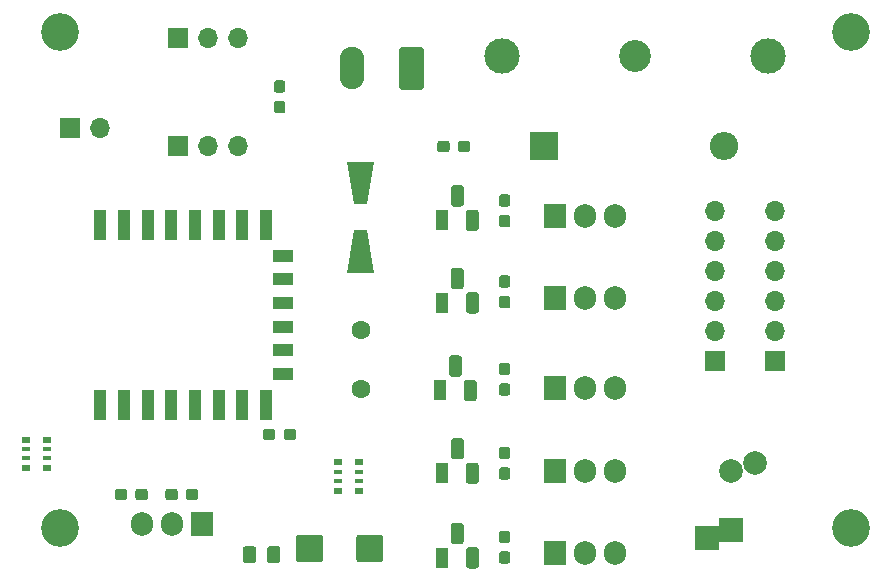
<source format=gbr>
G04 #@! TF.GenerationSoftware,KiCad,Pcbnew,5.1.5*
G04 #@! TF.CreationDate,2020-05-18T13:51:48+02:00*
G04 #@! TF.ProjectId,esp-12_led_strip_controller,6573702d-3132-45f6-9c65-645f73747269,rev?*
G04 #@! TF.SameCoordinates,Original*
G04 #@! TF.FileFunction,Soldermask,Top*
G04 #@! TF.FilePolarity,Negative*
%FSLAX46Y46*%
G04 Gerber Fmt 4.6, Leading zero omitted, Abs format (unit mm)*
G04 Created by KiCad (PCBNEW 5.1.5) date 2020-05-18 13:51:48*
%MOMM*%
%LPD*%
G04 APERTURE LIST*
%ADD10C,0.100000*%
%ADD11O,1.905000X2.000000*%
%ADD12R,1.905000X2.000000*%
%ADD13C,3.200000*%
%ADD14O,1.700000X1.700000*%
%ADD15R,1.700000X1.700000*%
%ADD16C,2.000000*%
%ADD17R,2.000000X2.000000*%
%ADD18O,2.400000X2.400000*%
%ADD19R,2.400000X2.400000*%
%ADD20C,2.700000*%
%ADD21C,3.000000*%
%ADD22C,1.600000*%
%ADD23R,1.100000X1.800000*%
%ADD24R,0.800000X0.500000*%
%ADD25R,0.800000X0.400000*%
%ADD26R,1.000000X2.500000*%
%ADD27R,1.800000X1.000000*%
%ADD28O,2.080000X3.600000*%
G04 APERTURE END LIST*
D10*
G36*
X90938779Y-132826144D02*
G01*
X90961834Y-132829563D01*
X90984443Y-132835227D01*
X91006387Y-132843079D01*
X91027457Y-132853044D01*
X91047448Y-132865026D01*
X91066168Y-132878910D01*
X91083438Y-132894562D01*
X91099090Y-132911832D01*
X91112974Y-132930552D01*
X91124956Y-132950543D01*
X91134921Y-132971613D01*
X91142773Y-132993557D01*
X91148437Y-133016166D01*
X91151856Y-133039221D01*
X91153000Y-133062500D01*
X91153000Y-133637500D01*
X91151856Y-133660779D01*
X91148437Y-133683834D01*
X91142773Y-133706443D01*
X91134921Y-133728387D01*
X91124956Y-133749457D01*
X91112974Y-133769448D01*
X91099090Y-133788168D01*
X91083438Y-133805438D01*
X91066168Y-133821090D01*
X91047448Y-133834974D01*
X91027457Y-133846956D01*
X91006387Y-133856921D01*
X90984443Y-133864773D01*
X90961834Y-133870437D01*
X90938779Y-133873856D01*
X90915500Y-133875000D01*
X90440500Y-133875000D01*
X90417221Y-133873856D01*
X90394166Y-133870437D01*
X90371557Y-133864773D01*
X90349613Y-133856921D01*
X90328543Y-133846956D01*
X90308552Y-133834974D01*
X90289832Y-133821090D01*
X90272562Y-133805438D01*
X90256910Y-133788168D01*
X90243026Y-133769448D01*
X90231044Y-133749457D01*
X90221079Y-133728387D01*
X90213227Y-133706443D01*
X90207563Y-133683834D01*
X90204144Y-133660779D01*
X90203000Y-133637500D01*
X90203000Y-133062500D01*
X90204144Y-133039221D01*
X90207563Y-133016166D01*
X90213227Y-132993557D01*
X90221079Y-132971613D01*
X90231044Y-132950543D01*
X90243026Y-132930552D01*
X90256910Y-132911832D01*
X90272562Y-132894562D01*
X90289832Y-132878910D01*
X90308552Y-132865026D01*
X90328543Y-132853044D01*
X90349613Y-132843079D01*
X90371557Y-132835227D01*
X90394166Y-132829563D01*
X90417221Y-132826144D01*
X90440500Y-132825000D01*
X90915500Y-132825000D01*
X90938779Y-132826144D01*
G37*
G36*
X90938779Y-131076144D02*
G01*
X90961834Y-131079563D01*
X90984443Y-131085227D01*
X91006387Y-131093079D01*
X91027457Y-131103044D01*
X91047448Y-131115026D01*
X91066168Y-131128910D01*
X91083438Y-131144562D01*
X91099090Y-131161832D01*
X91112974Y-131180552D01*
X91124956Y-131200543D01*
X91134921Y-131221613D01*
X91142773Y-131243557D01*
X91148437Y-131266166D01*
X91151856Y-131289221D01*
X91153000Y-131312500D01*
X91153000Y-131887500D01*
X91151856Y-131910779D01*
X91148437Y-131933834D01*
X91142773Y-131956443D01*
X91134921Y-131978387D01*
X91124956Y-131999457D01*
X91112974Y-132019448D01*
X91099090Y-132038168D01*
X91083438Y-132055438D01*
X91066168Y-132071090D01*
X91047448Y-132084974D01*
X91027457Y-132096956D01*
X91006387Y-132106921D01*
X90984443Y-132114773D01*
X90961834Y-132120437D01*
X90938779Y-132123856D01*
X90915500Y-132125000D01*
X90440500Y-132125000D01*
X90417221Y-132123856D01*
X90394166Y-132120437D01*
X90371557Y-132114773D01*
X90349613Y-132106921D01*
X90328543Y-132096956D01*
X90308552Y-132084974D01*
X90289832Y-132071090D01*
X90272562Y-132055438D01*
X90256910Y-132038168D01*
X90243026Y-132019448D01*
X90231044Y-131999457D01*
X90221079Y-131978387D01*
X90213227Y-131956443D01*
X90207563Y-131933834D01*
X90204144Y-131910779D01*
X90203000Y-131887500D01*
X90203000Y-131312500D01*
X90204144Y-131289221D01*
X90207563Y-131266166D01*
X90213227Y-131243557D01*
X90221079Y-131221613D01*
X90231044Y-131200543D01*
X90243026Y-131180552D01*
X90256910Y-131161832D01*
X90272562Y-131144562D01*
X90289832Y-131128910D01*
X90308552Y-131115026D01*
X90328543Y-131103044D01*
X90349613Y-131093079D01*
X90371557Y-131085227D01*
X90394166Y-131079563D01*
X90417221Y-131076144D01*
X90440500Y-131075000D01*
X90915500Y-131075000D01*
X90938779Y-131076144D01*
G37*
G36*
X90938779Y-118320144D02*
G01*
X90961834Y-118323563D01*
X90984443Y-118329227D01*
X91006387Y-118337079D01*
X91027457Y-118347044D01*
X91047448Y-118359026D01*
X91066168Y-118372910D01*
X91083438Y-118388562D01*
X91099090Y-118405832D01*
X91112974Y-118424552D01*
X91124956Y-118444543D01*
X91134921Y-118465613D01*
X91142773Y-118487557D01*
X91148437Y-118510166D01*
X91151856Y-118533221D01*
X91153000Y-118556500D01*
X91153000Y-119131500D01*
X91151856Y-119154779D01*
X91148437Y-119177834D01*
X91142773Y-119200443D01*
X91134921Y-119222387D01*
X91124956Y-119243457D01*
X91112974Y-119263448D01*
X91099090Y-119282168D01*
X91083438Y-119299438D01*
X91066168Y-119315090D01*
X91047448Y-119328974D01*
X91027457Y-119340956D01*
X91006387Y-119350921D01*
X90984443Y-119358773D01*
X90961834Y-119364437D01*
X90938779Y-119367856D01*
X90915500Y-119369000D01*
X90440500Y-119369000D01*
X90417221Y-119367856D01*
X90394166Y-119364437D01*
X90371557Y-119358773D01*
X90349613Y-119350921D01*
X90328543Y-119340956D01*
X90308552Y-119328974D01*
X90289832Y-119315090D01*
X90272562Y-119299438D01*
X90256910Y-119282168D01*
X90243026Y-119263448D01*
X90231044Y-119243457D01*
X90221079Y-119222387D01*
X90213227Y-119200443D01*
X90207563Y-119177834D01*
X90204144Y-119154779D01*
X90203000Y-119131500D01*
X90203000Y-118556500D01*
X90204144Y-118533221D01*
X90207563Y-118510166D01*
X90213227Y-118487557D01*
X90221079Y-118465613D01*
X90231044Y-118444543D01*
X90243026Y-118424552D01*
X90256910Y-118405832D01*
X90272562Y-118388562D01*
X90289832Y-118372910D01*
X90308552Y-118359026D01*
X90328543Y-118347044D01*
X90349613Y-118337079D01*
X90371557Y-118329227D01*
X90394166Y-118323563D01*
X90417221Y-118320144D01*
X90440500Y-118319000D01*
X90915500Y-118319000D01*
X90938779Y-118320144D01*
G37*
G36*
X90938779Y-116570144D02*
G01*
X90961834Y-116573563D01*
X90984443Y-116579227D01*
X91006387Y-116587079D01*
X91027457Y-116597044D01*
X91047448Y-116609026D01*
X91066168Y-116622910D01*
X91083438Y-116638562D01*
X91099090Y-116655832D01*
X91112974Y-116674552D01*
X91124956Y-116694543D01*
X91134921Y-116715613D01*
X91142773Y-116737557D01*
X91148437Y-116760166D01*
X91151856Y-116783221D01*
X91153000Y-116806500D01*
X91153000Y-117381500D01*
X91151856Y-117404779D01*
X91148437Y-117427834D01*
X91142773Y-117450443D01*
X91134921Y-117472387D01*
X91124956Y-117493457D01*
X91112974Y-117513448D01*
X91099090Y-117532168D01*
X91083438Y-117549438D01*
X91066168Y-117565090D01*
X91047448Y-117578974D01*
X91027457Y-117590956D01*
X91006387Y-117600921D01*
X90984443Y-117608773D01*
X90961834Y-117614437D01*
X90938779Y-117617856D01*
X90915500Y-117619000D01*
X90440500Y-117619000D01*
X90417221Y-117617856D01*
X90394166Y-117614437D01*
X90371557Y-117608773D01*
X90349613Y-117600921D01*
X90328543Y-117590956D01*
X90308552Y-117578974D01*
X90289832Y-117565090D01*
X90272562Y-117549438D01*
X90256910Y-117532168D01*
X90243026Y-117513448D01*
X90231044Y-117493457D01*
X90221079Y-117472387D01*
X90213227Y-117450443D01*
X90207563Y-117427834D01*
X90204144Y-117404779D01*
X90203000Y-117381500D01*
X90203000Y-116806500D01*
X90204144Y-116783221D01*
X90207563Y-116760166D01*
X90213227Y-116737557D01*
X90221079Y-116715613D01*
X90231044Y-116694543D01*
X90243026Y-116674552D01*
X90256910Y-116655832D01*
X90272562Y-116638562D01*
X90289832Y-116622910D01*
X90308552Y-116609026D01*
X90328543Y-116597044D01*
X90349613Y-116587079D01*
X90371557Y-116579227D01*
X90394166Y-116573563D01*
X90417221Y-116570144D01*
X90440500Y-116569000D01*
X90915500Y-116569000D01*
X90938779Y-116570144D01*
G37*
G36*
X90938779Y-139938144D02*
G01*
X90961834Y-139941563D01*
X90984443Y-139947227D01*
X91006387Y-139955079D01*
X91027457Y-139965044D01*
X91047448Y-139977026D01*
X91066168Y-139990910D01*
X91083438Y-140006562D01*
X91099090Y-140023832D01*
X91112974Y-140042552D01*
X91124956Y-140062543D01*
X91134921Y-140083613D01*
X91142773Y-140105557D01*
X91148437Y-140128166D01*
X91151856Y-140151221D01*
X91153000Y-140174500D01*
X91153000Y-140749500D01*
X91151856Y-140772779D01*
X91148437Y-140795834D01*
X91142773Y-140818443D01*
X91134921Y-140840387D01*
X91124956Y-140861457D01*
X91112974Y-140881448D01*
X91099090Y-140900168D01*
X91083438Y-140917438D01*
X91066168Y-140933090D01*
X91047448Y-140946974D01*
X91027457Y-140958956D01*
X91006387Y-140968921D01*
X90984443Y-140976773D01*
X90961834Y-140982437D01*
X90938779Y-140985856D01*
X90915500Y-140987000D01*
X90440500Y-140987000D01*
X90417221Y-140985856D01*
X90394166Y-140982437D01*
X90371557Y-140976773D01*
X90349613Y-140968921D01*
X90328543Y-140958956D01*
X90308552Y-140946974D01*
X90289832Y-140933090D01*
X90272562Y-140917438D01*
X90256910Y-140900168D01*
X90243026Y-140881448D01*
X90231044Y-140861457D01*
X90221079Y-140840387D01*
X90213227Y-140818443D01*
X90207563Y-140795834D01*
X90204144Y-140772779D01*
X90203000Y-140749500D01*
X90203000Y-140174500D01*
X90204144Y-140151221D01*
X90207563Y-140128166D01*
X90213227Y-140105557D01*
X90221079Y-140083613D01*
X90231044Y-140062543D01*
X90243026Y-140042552D01*
X90256910Y-140023832D01*
X90272562Y-140006562D01*
X90289832Y-139990910D01*
X90308552Y-139977026D01*
X90328543Y-139965044D01*
X90349613Y-139955079D01*
X90371557Y-139947227D01*
X90394166Y-139941563D01*
X90417221Y-139938144D01*
X90440500Y-139937000D01*
X90915500Y-139937000D01*
X90938779Y-139938144D01*
G37*
G36*
X90938779Y-138188144D02*
G01*
X90961834Y-138191563D01*
X90984443Y-138197227D01*
X91006387Y-138205079D01*
X91027457Y-138215044D01*
X91047448Y-138227026D01*
X91066168Y-138240910D01*
X91083438Y-138256562D01*
X91099090Y-138273832D01*
X91112974Y-138292552D01*
X91124956Y-138312543D01*
X91134921Y-138333613D01*
X91142773Y-138355557D01*
X91148437Y-138378166D01*
X91151856Y-138401221D01*
X91153000Y-138424500D01*
X91153000Y-138999500D01*
X91151856Y-139022779D01*
X91148437Y-139045834D01*
X91142773Y-139068443D01*
X91134921Y-139090387D01*
X91124956Y-139111457D01*
X91112974Y-139131448D01*
X91099090Y-139150168D01*
X91083438Y-139167438D01*
X91066168Y-139183090D01*
X91047448Y-139196974D01*
X91027457Y-139208956D01*
X91006387Y-139218921D01*
X90984443Y-139226773D01*
X90961834Y-139232437D01*
X90938779Y-139235856D01*
X90915500Y-139237000D01*
X90440500Y-139237000D01*
X90417221Y-139235856D01*
X90394166Y-139232437D01*
X90371557Y-139226773D01*
X90349613Y-139218921D01*
X90328543Y-139208956D01*
X90308552Y-139196974D01*
X90289832Y-139183090D01*
X90272562Y-139167438D01*
X90256910Y-139150168D01*
X90243026Y-139131448D01*
X90231044Y-139111457D01*
X90221079Y-139090387D01*
X90213227Y-139068443D01*
X90207563Y-139045834D01*
X90204144Y-139022779D01*
X90203000Y-138999500D01*
X90203000Y-138424500D01*
X90204144Y-138401221D01*
X90207563Y-138378166D01*
X90213227Y-138355557D01*
X90221079Y-138333613D01*
X90231044Y-138312543D01*
X90243026Y-138292552D01*
X90256910Y-138273832D01*
X90272562Y-138256562D01*
X90289832Y-138240910D01*
X90308552Y-138227026D01*
X90328543Y-138215044D01*
X90349613Y-138205079D01*
X90371557Y-138197227D01*
X90394166Y-138191563D01*
X90417221Y-138188144D01*
X90440500Y-138187000D01*
X90915500Y-138187000D01*
X90938779Y-138188144D01*
G37*
G36*
X90938779Y-125714144D02*
G01*
X90961834Y-125717563D01*
X90984443Y-125723227D01*
X91006387Y-125731079D01*
X91027457Y-125741044D01*
X91047448Y-125753026D01*
X91066168Y-125766910D01*
X91083438Y-125782562D01*
X91099090Y-125799832D01*
X91112974Y-125818552D01*
X91124956Y-125838543D01*
X91134921Y-125859613D01*
X91142773Y-125881557D01*
X91148437Y-125904166D01*
X91151856Y-125927221D01*
X91153000Y-125950500D01*
X91153000Y-126525500D01*
X91151856Y-126548779D01*
X91148437Y-126571834D01*
X91142773Y-126594443D01*
X91134921Y-126616387D01*
X91124956Y-126637457D01*
X91112974Y-126657448D01*
X91099090Y-126676168D01*
X91083438Y-126693438D01*
X91066168Y-126709090D01*
X91047448Y-126722974D01*
X91027457Y-126734956D01*
X91006387Y-126744921D01*
X90984443Y-126752773D01*
X90961834Y-126758437D01*
X90938779Y-126761856D01*
X90915500Y-126763000D01*
X90440500Y-126763000D01*
X90417221Y-126761856D01*
X90394166Y-126758437D01*
X90371557Y-126752773D01*
X90349613Y-126744921D01*
X90328543Y-126734956D01*
X90308552Y-126722974D01*
X90289832Y-126709090D01*
X90272562Y-126693438D01*
X90256910Y-126676168D01*
X90243026Y-126657448D01*
X90231044Y-126637457D01*
X90221079Y-126616387D01*
X90213227Y-126594443D01*
X90207563Y-126571834D01*
X90204144Y-126548779D01*
X90203000Y-126525500D01*
X90203000Y-125950500D01*
X90204144Y-125927221D01*
X90207563Y-125904166D01*
X90213227Y-125881557D01*
X90221079Y-125859613D01*
X90231044Y-125838543D01*
X90243026Y-125818552D01*
X90256910Y-125799832D01*
X90272562Y-125782562D01*
X90289832Y-125766910D01*
X90308552Y-125753026D01*
X90328543Y-125741044D01*
X90349613Y-125731079D01*
X90371557Y-125723227D01*
X90394166Y-125717563D01*
X90417221Y-125714144D01*
X90440500Y-125713000D01*
X90915500Y-125713000D01*
X90938779Y-125714144D01*
G37*
G36*
X90938779Y-123964144D02*
G01*
X90961834Y-123967563D01*
X90984443Y-123973227D01*
X91006387Y-123981079D01*
X91027457Y-123991044D01*
X91047448Y-124003026D01*
X91066168Y-124016910D01*
X91083438Y-124032562D01*
X91099090Y-124049832D01*
X91112974Y-124068552D01*
X91124956Y-124088543D01*
X91134921Y-124109613D01*
X91142773Y-124131557D01*
X91148437Y-124154166D01*
X91151856Y-124177221D01*
X91153000Y-124200500D01*
X91153000Y-124775500D01*
X91151856Y-124798779D01*
X91148437Y-124821834D01*
X91142773Y-124844443D01*
X91134921Y-124866387D01*
X91124956Y-124887457D01*
X91112974Y-124907448D01*
X91099090Y-124926168D01*
X91083438Y-124943438D01*
X91066168Y-124959090D01*
X91047448Y-124972974D01*
X91027457Y-124984956D01*
X91006387Y-124994921D01*
X90984443Y-125002773D01*
X90961834Y-125008437D01*
X90938779Y-125011856D01*
X90915500Y-125013000D01*
X90440500Y-125013000D01*
X90417221Y-125011856D01*
X90394166Y-125008437D01*
X90371557Y-125002773D01*
X90349613Y-124994921D01*
X90328543Y-124984956D01*
X90308552Y-124972974D01*
X90289832Y-124959090D01*
X90272562Y-124943438D01*
X90256910Y-124926168D01*
X90243026Y-124907448D01*
X90231044Y-124887457D01*
X90221079Y-124866387D01*
X90213227Y-124844443D01*
X90207563Y-124821834D01*
X90204144Y-124798779D01*
X90203000Y-124775500D01*
X90203000Y-124200500D01*
X90204144Y-124177221D01*
X90207563Y-124154166D01*
X90213227Y-124131557D01*
X90221079Y-124109613D01*
X90231044Y-124088543D01*
X90243026Y-124068552D01*
X90256910Y-124049832D01*
X90272562Y-124032562D01*
X90289832Y-124016910D01*
X90308552Y-124003026D01*
X90328543Y-123991044D01*
X90349613Y-123981079D01*
X90371557Y-123973227D01*
X90394166Y-123967563D01*
X90417221Y-123964144D01*
X90440500Y-123963000D01*
X90915500Y-123963000D01*
X90938779Y-123964144D01*
G37*
D11*
X59944000Y-137668000D03*
X62484000Y-137668000D03*
D12*
X65024000Y-137668000D03*
D10*
G36*
X62794779Y-134654144D02*
G01*
X62817834Y-134657563D01*
X62840443Y-134663227D01*
X62862387Y-134671079D01*
X62883457Y-134681044D01*
X62903448Y-134693026D01*
X62922168Y-134706910D01*
X62939438Y-134722562D01*
X62955090Y-134739832D01*
X62968974Y-134758552D01*
X62980956Y-134778543D01*
X62990921Y-134799613D01*
X62998773Y-134821557D01*
X63004437Y-134844166D01*
X63007856Y-134867221D01*
X63009000Y-134890500D01*
X63009000Y-135365500D01*
X63007856Y-135388779D01*
X63004437Y-135411834D01*
X62998773Y-135434443D01*
X62990921Y-135456387D01*
X62980956Y-135477457D01*
X62968974Y-135497448D01*
X62955090Y-135516168D01*
X62939438Y-135533438D01*
X62922168Y-135549090D01*
X62903448Y-135562974D01*
X62883457Y-135574956D01*
X62862387Y-135584921D01*
X62840443Y-135592773D01*
X62817834Y-135598437D01*
X62794779Y-135601856D01*
X62771500Y-135603000D01*
X62196500Y-135603000D01*
X62173221Y-135601856D01*
X62150166Y-135598437D01*
X62127557Y-135592773D01*
X62105613Y-135584921D01*
X62084543Y-135574956D01*
X62064552Y-135562974D01*
X62045832Y-135549090D01*
X62028562Y-135533438D01*
X62012910Y-135516168D01*
X61999026Y-135497448D01*
X61987044Y-135477457D01*
X61977079Y-135456387D01*
X61969227Y-135434443D01*
X61963563Y-135411834D01*
X61960144Y-135388779D01*
X61959000Y-135365500D01*
X61959000Y-134890500D01*
X61960144Y-134867221D01*
X61963563Y-134844166D01*
X61969227Y-134821557D01*
X61977079Y-134799613D01*
X61987044Y-134778543D01*
X61999026Y-134758552D01*
X62012910Y-134739832D01*
X62028562Y-134722562D01*
X62045832Y-134706910D01*
X62064552Y-134693026D01*
X62084543Y-134681044D01*
X62105613Y-134671079D01*
X62127557Y-134663227D01*
X62150166Y-134657563D01*
X62173221Y-134654144D01*
X62196500Y-134653000D01*
X62771500Y-134653000D01*
X62794779Y-134654144D01*
G37*
G36*
X64544779Y-134654144D02*
G01*
X64567834Y-134657563D01*
X64590443Y-134663227D01*
X64612387Y-134671079D01*
X64633457Y-134681044D01*
X64653448Y-134693026D01*
X64672168Y-134706910D01*
X64689438Y-134722562D01*
X64705090Y-134739832D01*
X64718974Y-134758552D01*
X64730956Y-134778543D01*
X64740921Y-134799613D01*
X64748773Y-134821557D01*
X64754437Y-134844166D01*
X64757856Y-134867221D01*
X64759000Y-134890500D01*
X64759000Y-135365500D01*
X64757856Y-135388779D01*
X64754437Y-135411834D01*
X64748773Y-135434443D01*
X64740921Y-135456387D01*
X64730956Y-135477457D01*
X64718974Y-135497448D01*
X64705090Y-135516168D01*
X64689438Y-135533438D01*
X64672168Y-135549090D01*
X64653448Y-135562974D01*
X64633457Y-135574956D01*
X64612387Y-135584921D01*
X64590443Y-135592773D01*
X64567834Y-135598437D01*
X64544779Y-135601856D01*
X64521500Y-135603000D01*
X63946500Y-135603000D01*
X63923221Y-135601856D01*
X63900166Y-135598437D01*
X63877557Y-135592773D01*
X63855613Y-135584921D01*
X63834543Y-135574956D01*
X63814552Y-135562974D01*
X63795832Y-135549090D01*
X63778562Y-135533438D01*
X63762910Y-135516168D01*
X63749026Y-135497448D01*
X63737044Y-135477457D01*
X63727079Y-135456387D01*
X63719227Y-135434443D01*
X63713563Y-135411834D01*
X63710144Y-135388779D01*
X63709000Y-135365500D01*
X63709000Y-134890500D01*
X63710144Y-134867221D01*
X63713563Y-134844166D01*
X63719227Y-134821557D01*
X63727079Y-134799613D01*
X63737044Y-134778543D01*
X63749026Y-134758552D01*
X63762910Y-134739832D01*
X63778562Y-134722562D01*
X63795832Y-134706910D01*
X63814552Y-134693026D01*
X63834543Y-134681044D01*
X63855613Y-134671079D01*
X63877557Y-134663227D01*
X63900166Y-134657563D01*
X63923221Y-134654144D01*
X63946500Y-134653000D01*
X64521500Y-134653000D01*
X64544779Y-134654144D01*
G37*
G36*
X58504779Y-134654144D02*
G01*
X58527834Y-134657563D01*
X58550443Y-134663227D01*
X58572387Y-134671079D01*
X58593457Y-134681044D01*
X58613448Y-134693026D01*
X58632168Y-134706910D01*
X58649438Y-134722562D01*
X58665090Y-134739832D01*
X58678974Y-134758552D01*
X58690956Y-134778543D01*
X58700921Y-134799613D01*
X58708773Y-134821557D01*
X58714437Y-134844166D01*
X58717856Y-134867221D01*
X58719000Y-134890500D01*
X58719000Y-135365500D01*
X58717856Y-135388779D01*
X58714437Y-135411834D01*
X58708773Y-135434443D01*
X58700921Y-135456387D01*
X58690956Y-135477457D01*
X58678974Y-135497448D01*
X58665090Y-135516168D01*
X58649438Y-135533438D01*
X58632168Y-135549090D01*
X58613448Y-135562974D01*
X58593457Y-135574956D01*
X58572387Y-135584921D01*
X58550443Y-135592773D01*
X58527834Y-135598437D01*
X58504779Y-135601856D01*
X58481500Y-135603000D01*
X57906500Y-135603000D01*
X57883221Y-135601856D01*
X57860166Y-135598437D01*
X57837557Y-135592773D01*
X57815613Y-135584921D01*
X57794543Y-135574956D01*
X57774552Y-135562974D01*
X57755832Y-135549090D01*
X57738562Y-135533438D01*
X57722910Y-135516168D01*
X57709026Y-135497448D01*
X57697044Y-135477457D01*
X57687079Y-135456387D01*
X57679227Y-135434443D01*
X57673563Y-135411834D01*
X57670144Y-135388779D01*
X57669000Y-135365500D01*
X57669000Y-134890500D01*
X57670144Y-134867221D01*
X57673563Y-134844166D01*
X57679227Y-134821557D01*
X57687079Y-134799613D01*
X57697044Y-134778543D01*
X57709026Y-134758552D01*
X57722910Y-134739832D01*
X57738562Y-134722562D01*
X57755832Y-134706910D01*
X57774552Y-134693026D01*
X57794543Y-134681044D01*
X57815613Y-134671079D01*
X57837557Y-134663227D01*
X57860166Y-134657563D01*
X57883221Y-134654144D01*
X57906500Y-134653000D01*
X58481500Y-134653000D01*
X58504779Y-134654144D01*
G37*
G36*
X60254779Y-134654144D02*
G01*
X60277834Y-134657563D01*
X60300443Y-134663227D01*
X60322387Y-134671079D01*
X60343457Y-134681044D01*
X60363448Y-134693026D01*
X60382168Y-134706910D01*
X60399438Y-134722562D01*
X60415090Y-134739832D01*
X60428974Y-134758552D01*
X60440956Y-134778543D01*
X60450921Y-134799613D01*
X60458773Y-134821557D01*
X60464437Y-134844166D01*
X60467856Y-134867221D01*
X60469000Y-134890500D01*
X60469000Y-135365500D01*
X60467856Y-135388779D01*
X60464437Y-135411834D01*
X60458773Y-135434443D01*
X60450921Y-135456387D01*
X60440956Y-135477457D01*
X60428974Y-135497448D01*
X60415090Y-135516168D01*
X60399438Y-135533438D01*
X60382168Y-135549090D01*
X60363448Y-135562974D01*
X60343457Y-135574956D01*
X60322387Y-135584921D01*
X60300443Y-135592773D01*
X60277834Y-135598437D01*
X60254779Y-135601856D01*
X60231500Y-135603000D01*
X59656500Y-135603000D01*
X59633221Y-135601856D01*
X59610166Y-135598437D01*
X59587557Y-135592773D01*
X59565613Y-135584921D01*
X59544543Y-135574956D01*
X59524552Y-135562974D01*
X59505832Y-135549090D01*
X59488562Y-135533438D01*
X59472910Y-135516168D01*
X59459026Y-135497448D01*
X59447044Y-135477457D01*
X59437079Y-135456387D01*
X59429227Y-135434443D01*
X59423563Y-135411834D01*
X59420144Y-135388779D01*
X59419000Y-135365500D01*
X59419000Y-134890500D01*
X59420144Y-134867221D01*
X59423563Y-134844166D01*
X59429227Y-134821557D01*
X59437079Y-134799613D01*
X59447044Y-134778543D01*
X59459026Y-134758552D01*
X59472910Y-134739832D01*
X59488562Y-134722562D01*
X59505832Y-134706910D01*
X59524552Y-134693026D01*
X59544543Y-134681044D01*
X59565613Y-134671079D01*
X59587557Y-134663227D01*
X59610166Y-134657563D01*
X59633221Y-134654144D01*
X59656500Y-134653000D01*
X60231500Y-134653000D01*
X60254779Y-134654144D01*
G37*
D13*
X120000000Y-138000000D03*
X120000000Y-96000000D03*
D14*
X113540000Y-111110000D03*
X113540000Y-113650000D03*
X113540000Y-116190000D03*
X113540000Y-118730000D03*
X113540000Y-121270000D03*
D15*
X113540000Y-123810000D03*
X108460000Y-123810000D03*
D14*
X108460000Y-116190000D03*
X108460000Y-113650000D03*
X108460000Y-121270000D03*
X108460000Y-118730000D03*
X108460000Y-111110000D03*
D13*
X53000000Y-138000000D03*
X53000000Y-96000000D03*
D10*
G36*
X71063779Y-129574144D02*
G01*
X71086834Y-129577563D01*
X71109443Y-129583227D01*
X71131387Y-129591079D01*
X71152457Y-129601044D01*
X71172448Y-129613026D01*
X71191168Y-129626910D01*
X71208438Y-129642562D01*
X71224090Y-129659832D01*
X71237974Y-129678552D01*
X71249956Y-129698543D01*
X71259921Y-129719613D01*
X71267773Y-129741557D01*
X71273437Y-129764166D01*
X71276856Y-129787221D01*
X71278000Y-129810500D01*
X71278000Y-130285500D01*
X71276856Y-130308779D01*
X71273437Y-130331834D01*
X71267773Y-130354443D01*
X71259921Y-130376387D01*
X71249956Y-130397457D01*
X71237974Y-130417448D01*
X71224090Y-130436168D01*
X71208438Y-130453438D01*
X71191168Y-130469090D01*
X71172448Y-130482974D01*
X71152457Y-130494956D01*
X71131387Y-130504921D01*
X71109443Y-130512773D01*
X71086834Y-130518437D01*
X71063779Y-130521856D01*
X71040500Y-130523000D01*
X70465500Y-130523000D01*
X70442221Y-130521856D01*
X70419166Y-130518437D01*
X70396557Y-130512773D01*
X70374613Y-130504921D01*
X70353543Y-130494956D01*
X70333552Y-130482974D01*
X70314832Y-130469090D01*
X70297562Y-130453438D01*
X70281910Y-130436168D01*
X70268026Y-130417448D01*
X70256044Y-130397457D01*
X70246079Y-130376387D01*
X70238227Y-130354443D01*
X70232563Y-130331834D01*
X70229144Y-130308779D01*
X70228000Y-130285500D01*
X70228000Y-129810500D01*
X70229144Y-129787221D01*
X70232563Y-129764166D01*
X70238227Y-129741557D01*
X70246079Y-129719613D01*
X70256044Y-129698543D01*
X70268026Y-129678552D01*
X70281910Y-129659832D01*
X70297562Y-129642562D01*
X70314832Y-129626910D01*
X70333552Y-129613026D01*
X70353543Y-129601044D01*
X70374613Y-129591079D01*
X70396557Y-129583227D01*
X70419166Y-129577563D01*
X70442221Y-129574144D01*
X70465500Y-129573000D01*
X71040500Y-129573000D01*
X71063779Y-129574144D01*
G37*
G36*
X72813779Y-129574144D02*
G01*
X72836834Y-129577563D01*
X72859443Y-129583227D01*
X72881387Y-129591079D01*
X72902457Y-129601044D01*
X72922448Y-129613026D01*
X72941168Y-129626910D01*
X72958438Y-129642562D01*
X72974090Y-129659832D01*
X72987974Y-129678552D01*
X72999956Y-129698543D01*
X73009921Y-129719613D01*
X73017773Y-129741557D01*
X73023437Y-129764166D01*
X73026856Y-129787221D01*
X73028000Y-129810500D01*
X73028000Y-130285500D01*
X73026856Y-130308779D01*
X73023437Y-130331834D01*
X73017773Y-130354443D01*
X73009921Y-130376387D01*
X72999956Y-130397457D01*
X72987974Y-130417448D01*
X72974090Y-130436168D01*
X72958438Y-130453438D01*
X72941168Y-130469090D01*
X72922448Y-130482974D01*
X72902457Y-130494956D01*
X72881387Y-130504921D01*
X72859443Y-130512773D01*
X72836834Y-130518437D01*
X72813779Y-130521856D01*
X72790500Y-130523000D01*
X72215500Y-130523000D01*
X72192221Y-130521856D01*
X72169166Y-130518437D01*
X72146557Y-130512773D01*
X72124613Y-130504921D01*
X72103543Y-130494956D01*
X72083552Y-130482974D01*
X72064832Y-130469090D01*
X72047562Y-130453438D01*
X72031910Y-130436168D01*
X72018026Y-130417448D01*
X72006044Y-130397457D01*
X71996079Y-130376387D01*
X71988227Y-130354443D01*
X71982563Y-130331834D01*
X71979144Y-130308779D01*
X71978000Y-130285500D01*
X71978000Y-129810500D01*
X71979144Y-129787221D01*
X71982563Y-129764166D01*
X71988227Y-129741557D01*
X71996079Y-129719613D01*
X72006044Y-129698543D01*
X72018026Y-129678552D01*
X72031910Y-129659832D01*
X72047562Y-129642562D01*
X72064832Y-129626910D01*
X72083552Y-129613026D01*
X72103543Y-129601044D01*
X72124613Y-129591079D01*
X72146557Y-129583227D01*
X72169166Y-129577563D01*
X72192221Y-129574144D01*
X72215500Y-129573000D01*
X72790500Y-129573000D01*
X72813779Y-129574144D01*
G37*
D16*
X111855000Y-132503856D03*
D17*
X107855000Y-138848144D03*
D16*
X109855000Y-133176000D03*
D17*
X109855000Y-138176000D03*
D10*
G36*
X71478505Y-139509204D02*
G01*
X71502773Y-139512804D01*
X71526572Y-139518765D01*
X71549671Y-139527030D01*
X71571850Y-139537520D01*
X71592893Y-139550132D01*
X71612599Y-139564747D01*
X71630777Y-139581223D01*
X71647253Y-139599401D01*
X71661868Y-139619107D01*
X71674480Y-139640150D01*
X71684970Y-139662329D01*
X71693235Y-139685428D01*
X71699196Y-139709227D01*
X71702796Y-139733495D01*
X71704000Y-139757999D01*
X71704000Y-140658001D01*
X71702796Y-140682505D01*
X71699196Y-140706773D01*
X71693235Y-140730572D01*
X71684970Y-140753671D01*
X71674480Y-140775850D01*
X71661868Y-140796893D01*
X71647253Y-140816599D01*
X71630777Y-140834777D01*
X71612599Y-140851253D01*
X71592893Y-140865868D01*
X71571850Y-140878480D01*
X71549671Y-140888970D01*
X71526572Y-140897235D01*
X71502773Y-140903196D01*
X71478505Y-140906796D01*
X71454001Y-140908000D01*
X70803999Y-140908000D01*
X70779495Y-140906796D01*
X70755227Y-140903196D01*
X70731428Y-140897235D01*
X70708329Y-140888970D01*
X70686150Y-140878480D01*
X70665107Y-140865868D01*
X70645401Y-140851253D01*
X70627223Y-140834777D01*
X70610747Y-140816599D01*
X70596132Y-140796893D01*
X70583520Y-140775850D01*
X70573030Y-140753671D01*
X70564765Y-140730572D01*
X70558804Y-140706773D01*
X70555204Y-140682505D01*
X70554000Y-140658001D01*
X70554000Y-139757999D01*
X70555204Y-139733495D01*
X70558804Y-139709227D01*
X70564765Y-139685428D01*
X70573030Y-139662329D01*
X70583520Y-139640150D01*
X70596132Y-139619107D01*
X70610747Y-139599401D01*
X70627223Y-139581223D01*
X70645401Y-139564747D01*
X70665107Y-139550132D01*
X70686150Y-139537520D01*
X70708329Y-139527030D01*
X70731428Y-139518765D01*
X70755227Y-139512804D01*
X70779495Y-139509204D01*
X70803999Y-139508000D01*
X71454001Y-139508000D01*
X71478505Y-139509204D01*
G37*
G36*
X69428505Y-139509204D02*
G01*
X69452773Y-139512804D01*
X69476572Y-139518765D01*
X69499671Y-139527030D01*
X69521850Y-139537520D01*
X69542893Y-139550132D01*
X69562599Y-139564747D01*
X69580777Y-139581223D01*
X69597253Y-139599401D01*
X69611868Y-139619107D01*
X69624480Y-139640150D01*
X69634970Y-139662329D01*
X69643235Y-139685428D01*
X69649196Y-139709227D01*
X69652796Y-139733495D01*
X69654000Y-139757999D01*
X69654000Y-140658001D01*
X69652796Y-140682505D01*
X69649196Y-140706773D01*
X69643235Y-140730572D01*
X69634970Y-140753671D01*
X69624480Y-140775850D01*
X69611868Y-140796893D01*
X69597253Y-140816599D01*
X69580777Y-140834777D01*
X69562599Y-140851253D01*
X69542893Y-140865868D01*
X69521850Y-140878480D01*
X69499671Y-140888970D01*
X69476572Y-140897235D01*
X69452773Y-140903196D01*
X69428505Y-140906796D01*
X69404001Y-140908000D01*
X68753999Y-140908000D01*
X68729495Y-140906796D01*
X68705227Y-140903196D01*
X68681428Y-140897235D01*
X68658329Y-140888970D01*
X68636150Y-140878480D01*
X68615107Y-140865868D01*
X68595401Y-140851253D01*
X68577223Y-140834777D01*
X68560747Y-140816599D01*
X68546132Y-140796893D01*
X68533520Y-140775850D01*
X68523030Y-140753671D01*
X68514765Y-140730572D01*
X68508804Y-140706773D01*
X68505204Y-140682505D01*
X68504000Y-140658001D01*
X68504000Y-139757999D01*
X68505204Y-139733495D01*
X68508804Y-139709227D01*
X68514765Y-139685428D01*
X68523030Y-139662329D01*
X68533520Y-139640150D01*
X68546132Y-139619107D01*
X68560747Y-139599401D01*
X68577223Y-139581223D01*
X68595401Y-139564747D01*
X68615107Y-139550132D01*
X68636150Y-139537520D01*
X68658329Y-139527030D01*
X68681428Y-139518765D01*
X68705227Y-139512804D01*
X68729495Y-139509204D01*
X68753999Y-139508000D01*
X69404001Y-139508000D01*
X69428505Y-139509204D01*
G37*
G36*
X80157505Y-138526204D02*
G01*
X80181773Y-138529804D01*
X80205572Y-138535765D01*
X80228671Y-138544030D01*
X80250850Y-138554520D01*
X80271893Y-138567132D01*
X80291599Y-138581747D01*
X80309777Y-138598223D01*
X80326253Y-138616401D01*
X80340868Y-138636107D01*
X80353480Y-138657150D01*
X80363970Y-138679329D01*
X80372235Y-138702428D01*
X80378196Y-138726227D01*
X80381796Y-138750495D01*
X80383000Y-138774999D01*
X80383000Y-140625001D01*
X80381796Y-140649505D01*
X80378196Y-140673773D01*
X80372235Y-140697572D01*
X80363970Y-140720671D01*
X80353480Y-140742850D01*
X80340868Y-140763893D01*
X80326253Y-140783599D01*
X80309777Y-140801777D01*
X80291599Y-140818253D01*
X80271893Y-140832868D01*
X80250850Y-140845480D01*
X80228671Y-140855970D01*
X80205572Y-140864235D01*
X80181773Y-140870196D01*
X80157505Y-140873796D01*
X80133001Y-140875000D01*
X78382999Y-140875000D01*
X78358495Y-140873796D01*
X78334227Y-140870196D01*
X78310428Y-140864235D01*
X78287329Y-140855970D01*
X78265150Y-140845480D01*
X78244107Y-140832868D01*
X78224401Y-140818253D01*
X78206223Y-140801777D01*
X78189747Y-140783599D01*
X78175132Y-140763893D01*
X78162520Y-140742850D01*
X78152030Y-140720671D01*
X78143765Y-140697572D01*
X78137804Y-140673773D01*
X78134204Y-140649505D01*
X78133000Y-140625001D01*
X78133000Y-138774999D01*
X78134204Y-138750495D01*
X78137804Y-138726227D01*
X78143765Y-138702428D01*
X78152030Y-138679329D01*
X78162520Y-138657150D01*
X78175132Y-138636107D01*
X78189747Y-138616401D01*
X78206223Y-138598223D01*
X78224401Y-138581747D01*
X78244107Y-138567132D01*
X78265150Y-138554520D01*
X78287329Y-138544030D01*
X78310428Y-138535765D01*
X78334227Y-138529804D01*
X78358495Y-138526204D01*
X78382999Y-138525000D01*
X80133001Y-138525000D01*
X80157505Y-138526204D01*
G37*
G36*
X75057505Y-138526204D02*
G01*
X75081773Y-138529804D01*
X75105572Y-138535765D01*
X75128671Y-138544030D01*
X75150850Y-138554520D01*
X75171893Y-138567132D01*
X75191599Y-138581747D01*
X75209777Y-138598223D01*
X75226253Y-138616401D01*
X75240868Y-138636107D01*
X75253480Y-138657150D01*
X75263970Y-138679329D01*
X75272235Y-138702428D01*
X75278196Y-138726227D01*
X75281796Y-138750495D01*
X75283000Y-138774999D01*
X75283000Y-140625001D01*
X75281796Y-140649505D01*
X75278196Y-140673773D01*
X75272235Y-140697572D01*
X75263970Y-140720671D01*
X75253480Y-140742850D01*
X75240868Y-140763893D01*
X75226253Y-140783599D01*
X75209777Y-140801777D01*
X75191599Y-140818253D01*
X75171893Y-140832868D01*
X75150850Y-140845480D01*
X75128671Y-140855970D01*
X75105572Y-140864235D01*
X75081773Y-140870196D01*
X75057505Y-140873796D01*
X75033001Y-140875000D01*
X73282999Y-140875000D01*
X73258495Y-140873796D01*
X73234227Y-140870196D01*
X73210428Y-140864235D01*
X73187329Y-140855970D01*
X73165150Y-140845480D01*
X73144107Y-140832868D01*
X73124401Y-140818253D01*
X73106223Y-140801777D01*
X73089747Y-140783599D01*
X73075132Y-140763893D01*
X73062520Y-140742850D01*
X73052030Y-140720671D01*
X73043765Y-140697572D01*
X73037804Y-140673773D01*
X73034204Y-140649505D01*
X73033000Y-140625001D01*
X73033000Y-138774999D01*
X73034204Y-138750495D01*
X73037804Y-138726227D01*
X73043765Y-138702428D01*
X73052030Y-138679329D01*
X73062520Y-138657150D01*
X73075132Y-138636107D01*
X73089747Y-138616401D01*
X73106223Y-138598223D01*
X73124401Y-138581747D01*
X73144107Y-138567132D01*
X73165150Y-138554520D01*
X73187329Y-138544030D01*
X73210428Y-138535765D01*
X73234227Y-138529804D01*
X73258495Y-138526204D01*
X73282999Y-138525000D01*
X75033001Y-138525000D01*
X75057505Y-138526204D01*
G37*
D18*
X109220000Y-105664000D03*
D19*
X93980000Y-105664000D03*
D10*
G36*
X77336000Y-106954000D02*
G01*
X79636000Y-106954000D01*
X79036000Y-110554000D01*
X77936000Y-110554000D01*
X77336000Y-106954000D01*
G37*
G36*
X79636000Y-116354000D02*
G01*
X77336000Y-116354000D01*
X77936000Y-112754000D01*
X79036000Y-112754000D01*
X79636000Y-116354000D01*
G37*
D20*
X101750000Y-98000000D03*
D21*
X90500000Y-98000000D03*
X113000000Y-98000000D03*
D22*
X78486000Y-121238000D03*
X78486000Y-126238000D03*
D23*
X85408000Y-111922000D03*
D10*
G36*
X88249955Y-111023324D02*
G01*
X88276650Y-111027284D01*
X88302828Y-111033841D01*
X88328238Y-111042933D01*
X88352634Y-111054472D01*
X88375782Y-111068346D01*
X88397458Y-111084422D01*
X88417454Y-111102546D01*
X88435578Y-111122542D01*
X88451654Y-111144218D01*
X88465528Y-111167366D01*
X88477067Y-111191762D01*
X88486159Y-111217172D01*
X88492716Y-111243350D01*
X88496676Y-111270045D01*
X88498000Y-111297000D01*
X88498000Y-112547000D01*
X88496676Y-112573955D01*
X88492716Y-112600650D01*
X88486159Y-112626828D01*
X88477067Y-112652238D01*
X88465528Y-112676634D01*
X88451654Y-112699782D01*
X88435578Y-112721458D01*
X88417454Y-112741454D01*
X88397458Y-112759578D01*
X88375782Y-112775654D01*
X88352634Y-112789528D01*
X88328238Y-112801067D01*
X88302828Y-112810159D01*
X88276650Y-112816716D01*
X88249955Y-112820676D01*
X88223000Y-112822000D01*
X87673000Y-112822000D01*
X87646045Y-112820676D01*
X87619350Y-112816716D01*
X87593172Y-112810159D01*
X87567762Y-112801067D01*
X87543366Y-112789528D01*
X87520218Y-112775654D01*
X87498542Y-112759578D01*
X87478546Y-112741454D01*
X87460422Y-112721458D01*
X87444346Y-112699782D01*
X87430472Y-112676634D01*
X87418933Y-112652238D01*
X87409841Y-112626828D01*
X87403284Y-112600650D01*
X87399324Y-112573955D01*
X87398000Y-112547000D01*
X87398000Y-111297000D01*
X87399324Y-111270045D01*
X87403284Y-111243350D01*
X87409841Y-111217172D01*
X87418933Y-111191762D01*
X87430472Y-111167366D01*
X87444346Y-111144218D01*
X87460422Y-111122542D01*
X87478546Y-111102546D01*
X87498542Y-111084422D01*
X87520218Y-111068346D01*
X87543366Y-111054472D01*
X87567762Y-111042933D01*
X87593172Y-111033841D01*
X87619350Y-111027284D01*
X87646045Y-111023324D01*
X87673000Y-111022000D01*
X88223000Y-111022000D01*
X88249955Y-111023324D01*
G37*
G36*
X86979955Y-108953324D02*
G01*
X87006650Y-108957284D01*
X87032828Y-108963841D01*
X87058238Y-108972933D01*
X87082634Y-108984472D01*
X87105782Y-108998346D01*
X87127458Y-109014422D01*
X87147454Y-109032546D01*
X87165578Y-109052542D01*
X87181654Y-109074218D01*
X87195528Y-109097366D01*
X87207067Y-109121762D01*
X87216159Y-109147172D01*
X87222716Y-109173350D01*
X87226676Y-109200045D01*
X87228000Y-109227000D01*
X87228000Y-110477000D01*
X87226676Y-110503955D01*
X87222716Y-110530650D01*
X87216159Y-110556828D01*
X87207067Y-110582238D01*
X87195528Y-110606634D01*
X87181654Y-110629782D01*
X87165578Y-110651458D01*
X87147454Y-110671454D01*
X87127458Y-110689578D01*
X87105782Y-110705654D01*
X87082634Y-110719528D01*
X87058238Y-110731067D01*
X87032828Y-110740159D01*
X87006650Y-110746716D01*
X86979955Y-110750676D01*
X86953000Y-110752000D01*
X86403000Y-110752000D01*
X86376045Y-110750676D01*
X86349350Y-110746716D01*
X86323172Y-110740159D01*
X86297762Y-110731067D01*
X86273366Y-110719528D01*
X86250218Y-110705654D01*
X86228542Y-110689578D01*
X86208546Y-110671454D01*
X86190422Y-110651458D01*
X86174346Y-110629782D01*
X86160472Y-110606634D01*
X86148933Y-110582238D01*
X86139841Y-110556828D01*
X86133284Y-110530650D01*
X86129324Y-110503955D01*
X86128000Y-110477000D01*
X86128000Y-109227000D01*
X86129324Y-109200045D01*
X86133284Y-109173350D01*
X86139841Y-109147172D01*
X86148933Y-109121762D01*
X86160472Y-109097366D01*
X86174346Y-109074218D01*
X86190422Y-109052542D01*
X86208546Y-109032546D01*
X86228542Y-109014422D01*
X86250218Y-108998346D01*
X86273366Y-108984472D01*
X86297762Y-108972933D01*
X86323172Y-108963841D01*
X86349350Y-108957284D01*
X86376045Y-108953324D01*
X86403000Y-108952000D01*
X86953000Y-108952000D01*
X86979955Y-108953324D01*
G37*
G36*
X86809955Y-123353324D02*
G01*
X86836650Y-123357284D01*
X86862828Y-123363841D01*
X86888238Y-123372933D01*
X86912634Y-123384472D01*
X86935782Y-123398346D01*
X86957458Y-123414422D01*
X86977454Y-123432546D01*
X86995578Y-123452542D01*
X87011654Y-123474218D01*
X87025528Y-123497366D01*
X87037067Y-123521762D01*
X87046159Y-123547172D01*
X87052716Y-123573350D01*
X87056676Y-123600045D01*
X87058000Y-123627000D01*
X87058000Y-124877000D01*
X87056676Y-124903955D01*
X87052716Y-124930650D01*
X87046159Y-124956828D01*
X87037067Y-124982238D01*
X87025528Y-125006634D01*
X87011654Y-125029782D01*
X86995578Y-125051458D01*
X86977454Y-125071454D01*
X86957458Y-125089578D01*
X86935782Y-125105654D01*
X86912634Y-125119528D01*
X86888238Y-125131067D01*
X86862828Y-125140159D01*
X86836650Y-125146716D01*
X86809955Y-125150676D01*
X86783000Y-125152000D01*
X86233000Y-125152000D01*
X86206045Y-125150676D01*
X86179350Y-125146716D01*
X86153172Y-125140159D01*
X86127762Y-125131067D01*
X86103366Y-125119528D01*
X86080218Y-125105654D01*
X86058542Y-125089578D01*
X86038546Y-125071454D01*
X86020422Y-125051458D01*
X86004346Y-125029782D01*
X85990472Y-125006634D01*
X85978933Y-124982238D01*
X85969841Y-124956828D01*
X85963284Y-124930650D01*
X85959324Y-124903955D01*
X85958000Y-124877000D01*
X85958000Y-123627000D01*
X85959324Y-123600045D01*
X85963284Y-123573350D01*
X85969841Y-123547172D01*
X85978933Y-123521762D01*
X85990472Y-123497366D01*
X86004346Y-123474218D01*
X86020422Y-123452542D01*
X86038546Y-123432546D01*
X86058542Y-123414422D01*
X86080218Y-123398346D01*
X86103366Y-123384472D01*
X86127762Y-123372933D01*
X86153172Y-123363841D01*
X86179350Y-123357284D01*
X86206045Y-123353324D01*
X86233000Y-123352000D01*
X86783000Y-123352000D01*
X86809955Y-123353324D01*
G37*
G36*
X88079955Y-125423324D02*
G01*
X88106650Y-125427284D01*
X88132828Y-125433841D01*
X88158238Y-125442933D01*
X88182634Y-125454472D01*
X88205782Y-125468346D01*
X88227458Y-125484422D01*
X88247454Y-125502546D01*
X88265578Y-125522542D01*
X88281654Y-125544218D01*
X88295528Y-125567366D01*
X88307067Y-125591762D01*
X88316159Y-125617172D01*
X88322716Y-125643350D01*
X88326676Y-125670045D01*
X88328000Y-125697000D01*
X88328000Y-126947000D01*
X88326676Y-126973955D01*
X88322716Y-127000650D01*
X88316159Y-127026828D01*
X88307067Y-127052238D01*
X88295528Y-127076634D01*
X88281654Y-127099782D01*
X88265578Y-127121458D01*
X88247454Y-127141454D01*
X88227458Y-127159578D01*
X88205782Y-127175654D01*
X88182634Y-127189528D01*
X88158238Y-127201067D01*
X88132828Y-127210159D01*
X88106650Y-127216716D01*
X88079955Y-127220676D01*
X88053000Y-127222000D01*
X87503000Y-127222000D01*
X87476045Y-127220676D01*
X87449350Y-127216716D01*
X87423172Y-127210159D01*
X87397762Y-127201067D01*
X87373366Y-127189528D01*
X87350218Y-127175654D01*
X87328542Y-127159578D01*
X87308546Y-127141454D01*
X87290422Y-127121458D01*
X87274346Y-127099782D01*
X87260472Y-127076634D01*
X87248933Y-127052238D01*
X87239841Y-127026828D01*
X87233284Y-127000650D01*
X87229324Y-126973955D01*
X87228000Y-126947000D01*
X87228000Y-125697000D01*
X87229324Y-125670045D01*
X87233284Y-125643350D01*
X87239841Y-125617172D01*
X87248933Y-125591762D01*
X87260472Y-125567366D01*
X87274346Y-125544218D01*
X87290422Y-125522542D01*
X87308546Y-125502546D01*
X87328542Y-125484422D01*
X87350218Y-125468346D01*
X87373366Y-125454472D01*
X87397762Y-125442933D01*
X87423172Y-125433841D01*
X87449350Y-125427284D01*
X87476045Y-125423324D01*
X87503000Y-125422000D01*
X88053000Y-125422000D01*
X88079955Y-125423324D01*
G37*
D23*
X85238000Y-126322000D03*
X85408000Y-140497000D03*
D10*
G36*
X88249955Y-139598324D02*
G01*
X88276650Y-139602284D01*
X88302828Y-139608841D01*
X88328238Y-139617933D01*
X88352634Y-139629472D01*
X88375782Y-139643346D01*
X88397458Y-139659422D01*
X88417454Y-139677546D01*
X88435578Y-139697542D01*
X88451654Y-139719218D01*
X88465528Y-139742366D01*
X88477067Y-139766762D01*
X88486159Y-139792172D01*
X88492716Y-139818350D01*
X88496676Y-139845045D01*
X88498000Y-139872000D01*
X88498000Y-141122000D01*
X88496676Y-141148955D01*
X88492716Y-141175650D01*
X88486159Y-141201828D01*
X88477067Y-141227238D01*
X88465528Y-141251634D01*
X88451654Y-141274782D01*
X88435578Y-141296458D01*
X88417454Y-141316454D01*
X88397458Y-141334578D01*
X88375782Y-141350654D01*
X88352634Y-141364528D01*
X88328238Y-141376067D01*
X88302828Y-141385159D01*
X88276650Y-141391716D01*
X88249955Y-141395676D01*
X88223000Y-141397000D01*
X87673000Y-141397000D01*
X87646045Y-141395676D01*
X87619350Y-141391716D01*
X87593172Y-141385159D01*
X87567762Y-141376067D01*
X87543366Y-141364528D01*
X87520218Y-141350654D01*
X87498542Y-141334578D01*
X87478546Y-141316454D01*
X87460422Y-141296458D01*
X87444346Y-141274782D01*
X87430472Y-141251634D01*
X87418933Y-141227238D01*
X87409841Y-141201828D01*
X87403284Y-141175650D01*
X87399324Y-141148955D01*
X87398000Y-141122000D01*
X87398000Y-139872000D01*
X87399324Y-139845045D01*
X87403284Y-139818350D01*
X87409841Y-139792172D01*
X87418933Y-139766762D01*
X87430472Y-139742366D01*
X87444346Y-139719218D01*
X87460422Y-139697542D01*
X87478546Y-139677546D01*
X87498542Y-139659422D01*
X87520218Y-139643346D01*
X87543366Y-139629472D01*
X87567762Y-139617933D01*
X87593172Y-139608841D01*
X87619350Y-139602284D01*
X87646045Y-139598324D01*
X87673000Y-139597000D01*
X88223000Y-139597000D01*
X88249955Y-139598324D01*
G37*
G36*
X86979955Y-137528324D02*
G01*
X87006650Y-137532284D01*
X87032828Y-137538841D01*
X87058238Y-137547933D01*
X87082634Y-137559472D01*
X87105782Y-137573346D01*
X87127458Y-137589422D01*
X87147454Y-137607546D01*
X87165578Y-137627542D01*
X87181654Y-137649218D01*
X87195528Y-137672366D01*
X87207067Y-137696762D01*
X87216159Y-137722172D01*
X87222716Y-137748350D01*
X87226676Y-137775045D01*
X87228000Y-137802000D01*
X87228000Y-139052000D01*
X87226676Y-139078955D01*
X87222716Y-139105650D01*
X87216159Y-139131828D01*
X87207067Y-139157238D01*
X87195528Y-139181634D01*
X87181654Y-139204782D01*
X87165578Y-139226458D01*
X87147454Y-139246454D01*
X87127458Y-139264578D01*
X87105782Y-139280654D01*
X87082634Y-139294528D01*
X87058238Y-139306067D01*
X87032828Y-139315159D01*
X87006650Y-139321716D01*
X86979955Y-139325676D01*
X86953000Y-139327000D01*
X86403000Y-139327000D01*
X86376045Y-139325676D01*
X86349350Y-139321716D01*
X86323172Y-139315159D01*
X86297762Y-139306067D01*
X86273366Y-139294528D01*
X86250218Y-139280654D01*
X86228542Y-139264578D01*
X86208546Y-139246454D01*
X86190422Y-139226458D01*
X86174346Y-139204782D01*
X86160472Y-139181634D01*
X86148933Y-139157238D01*
X86139841Y-139131828D01*
X86133284Y-139105650D01*
X86129324Y-139078955D01*
X86128000Y-139052000D01*
X86128000Y-137802000D01*
X86129324Y-137775045D01*
X86133284Y-137748350D01*
X86139841Y-137722172D01*
X86148933Y-137696762D01*
X86160472Y-137672366D01*
X86174346Y-137649218D01*
X86190422Y-137627542D01*
X86208546Y-137607546D01*
X86228542Y-137589422D01*
X86250218Y-137573346D01*
X86273366Y-137559472D01*
X86297762Y-137547933D01*
X86323172Y-137538841D01*
X86349350Y-137532284D01*
X86376045Y-137528324D01*
X86403000Y-137527000D01*
X86953000Y-137527000D01*
X86979955Y-137528324D01*
G37*
D12*
X94933000Y-111522000D03*
D11*
X97473000Y-111522000D03*
X100013000Y-111522000D03*
D12*
X94933000Y-126127000D03*
D11*
X97473000Y-126127000D03*
X100013000Y-126127000D03*
X100013000Y-140097000D03*
X97473000Y-140097000D03*
D12*
X94933000Y-140097000D03*
D23*
X85408000Y-118907000D03*
D10*
G36*
X88249955Y-118008324D02*
G01*
X88276650Y-118012284D01*
X88302828Y-118018841D01*
X88328238Y-118027933D01*
X88352634Y-118039472D01*
X88375782Y-118053346D01*
X88397458Y-118069422D01*
X88417454Y-118087546D01*
X88435578Y-118107542D01*
X88451654Y-118129218D01*
X88465528Y-118152366D01*
X88477067Y-118176762D01*
X88486159Y-118202172D01*
X88492716Y-118228350D01*
X88496676Y-118255045D01*
X88498000Y-118282000D01*
X88498000Y-119532000D01*
X88496676Y-119558955D01*
X88492716Y-119585650D01*
X88486159Y-119611828D01*
X88477067Y-119637238D01*
X88465528Y-119661634D01*
X88451654Y-119684782D01*
X88435578Y-119706458D01*
X88417454Y-119726454D01*
X88397458Y-119744578D01*
X88375782Y-119760654D01*
X88352634Y-119774528D01*
X88328238Y-119786067D01*
X88302828Y-119795159D01*
X88276650Y-119801716D01*
X88249955Y-119805676D01*
X88223000Y-119807000D01*
X87673000Y-119807000D01*
X87646045Y-119805676D01*
X87619350Y-119801716D01*
X87593172Y-119795159D01*
X87567762Y-119786067D01*
X87543366Y-119774528D01*
X87520218Y-119760654D01*
X87498542Y-119744578D01*
X87478546Y-119726454D01*
X87460422Y-119706458D01*
X87444346Y-119684782D01*
X87430472Y-119661634D01*
X87418933Y-119637238D01*
X87409841Y-119611828D01*
X87403284Y-119585650D01*
X87399324Y-119558955D01*
X87398000Y-119532000D01*
X87398000Y-118282000D01*
X87399324Y-118255045D01*
X87403284Y-118228350D01*
X87409841Y-118202172D01*
X87418933Y-118176762D01*
X87430472Y-118152366D01*
X87444346Y-118129218D01*
X87460422Y-118107542D01*
X87478546Y-118087546D01*
X87498542Y-118069422D01*
X87520218Y-118053346D01*
X87543366Y-118039472D01*
X87567762Y-118027933D01*
X87593172Y-118018841D01*
X87619350Y-118012284D01*
X87646045Y-118008324D01*
X87673000Y-118007000D01*
X88223000Y-118007000D01*
X88249955Y-118008324D01*
G37*
G36*
X86979955Y-115938324D02*
G01*
X87006650Y-115942284D01*
X87032828Y-115948841D01*
X87058238Y-115957933D01*
X87082634Y-115969472D01*
X87105782Y-115983346D01*
X87127458Y-115999422D01*
X87147454Y-116017546D01*
X87165578Y-116037542D01*
X87181654Y-116059218D01*
X87195528Y-116082366D01*
X87207067Y-116106762D01*
X87216159Y-116132172D01*
X87222716Y-116158350D01*
X87226676Y-116185045D01*
X87228000Y-116212000D01*
X87228000Y-117462000D01*
X87226676Y-117488955D01*
X87222716Y-117515650D01*
X87216159Y-117541828D01*
X87207067Y-117567238D01*
X87195528Y-117591634D01*
X87181654Y-117614782D01*
X87165578Y-117636458D01*
X87147454Y-117656454D01*
X87127458Y-117674578D01*
X87105782Y-117690654D01*
X87082634Y-117704528D01*
X87058238Y-117716067D01*
X87032828Y-117725159D01*
X87006650Y-117731716D01*
X86979955Y-117735676D01*
X86953000Y-117737000D01*
X86403000Y-117737000D01*
X86376045Y-117735676D01*
X86349350Y-117731716D01*
X86323172Y-117725159D01*
X86297762Y-117716067D01*
X86273366Y-117704528D01*
X86250218Y-117690654D01*
X86228542Y-117674578D01*
X86208546Y-117656454D01*
X86190422Y-117636458D01*
X86174346Y-117614782D01*
X86160472Y-117591634D01*
X86148933Y-117567238D01*
X86139841Y-117541828D01*
X86133284Y-117515650D01*
X86129324Y-117488955D01*
X86128000Y-117462000D01*
X86128000Y-116212000D01*
X86129324Y-116185045D01*
X86133284Y-116158350D01*
X86139841Y-116132172D01*
X86148933Y-116106762D01*
X86160472Y-116082366D01*
X86174346Y-116059218D01*
X86190422Y-116037542D01*
X86208546Y-116017546D01*
X86228542Y-115999422D01*
X86250218Y-115983346D01*
X86273366Y-115969472D01*
X86297762Y-115957933D01*
X86323172Y-115948841D01*
X86349350Y-115942284D01*
X86376045Y-115938324D01*
X86403000Y-115937000D01*
X86953000Y-115937000D01*
X86979955Y-115938324D01*
G37*
G36*
X86979955Y-130353324D02*
G01*
X87006650Y-130357284D01*
X87032828Y-130363841D01*
X87058238Y-130372933D01*
X87082634Y-130384472D01*
X87105782Y-130398346D01*
X87127458Y-130414422D01*
X87147454Y-130432546D01*
X87165578Y-130452542D01*
X87181654Y-130474218D01*
X87195528Y-130497366D01*
X87207067Y-130521762D01*
X87216159Y-130547172D01*
X87222716Y-130573350D01*
X87226676Y-130600045D01*
X87228000Y-130627000D01*
X87228000Y-131877000D01*
X87226676Y-131903955D01*
X87222716Y-131930650D01*
X87216159Y-131956828D01*
X87207067Y-131982238D01*
X87195528Y-132006634D01*
X87181654Y-132029782D01*
X87165578Y-132051458D01*
X87147454Y-132071454D01*
X87127458Y-132089578D01*
X87105782Y-132105654D01*
X87082634Y-132119528D01*
X87058238Y-132131067D01*
X87032828Y-132140159D01*
X87006650Y-132146716D01*
X86979955Y-132150676D01*
X86953000Y-132152000D01*
X86403000Y-132152000D01*
X86376045Y-132150676D01*
X86349350Y-132146716D01*
X86323172Y-132140159D01*
X86297762Y-132131067D01*
X86273366Y-132119528D01*
X86250218Y-132105654D01*
X86228542Y-132089578D01*
X86208546Y-132071454D01*
X86190422Y-132051458D01*
X86174346Y-132029782D01*
X86160472Y-132006634D01*
X86148933Y-131982238D01*
X86139841Y-131956828D01*
X86133284Y-131930650D01*
X86129324Y-131903955D01*
X86128000Y-131877000D01*
X86128000Y-130627000D01*
X86129324Y-130600045D01*
X86133284Y-130573350D01*
X86139841Y-130547172D01*
X86148933Y-130521762D01*
X86160472Y-130497366D01*
X86174346Y-130474218D01*
X86190422Y-130452542D01*
X86208546Y-130432546D01*
X86228542Y-130414422D01*
X86250218Y-130398346D01*
X86273366Y-130384472D01*
X86297762Y-130372933D01*
X86323172Y-130363841D01*
X86349350Y-130357284D01*
X86376045Y-130353324D01*
X86403000Y-130352000D01*
X86953000Y-130352000D01*
X86979955Y-130353324D01*
G37*
G36*
X88249955Y-132423324D02*
G01*
X88276650Y-132427284D01*
X88302828Y-132433841D01*
X88328238Y-132442933D01*
X88352634Y-132454472D01*
X88375782Y-132468346D01*
X88397458Y-132484422D01*
X88417454Y-132502546D01*
X88435578Y-132522542D01*
X88451654Y-132544218D01*
X88465528Y-132567366D01*
X88477067Y-132591762D01*
X88486159Y-132617172D01*
X88492716Y-132643350D01*
X88496676Y-132670045D01*
X88498000Y-132697000D01*
X88498000Y-133947000D01*
X88496676Y-133973955D01*
X88492716Y-134000650D01*
X88486159Y-134026828D01*
X88477067Y-134052238D01*
X88465528Y-134076634D01*
X88451654Y-134099782D01*
X88435578Y-134121458D01*
X88417454Y-134141454D01*
X88397458Y-134159578D01*
X88375782Y-134175654D01*
X88352634Y-134189528D01*
X88328238Y-134201067D01*
X88302828Y-134210159D01*
X88276650Y-134216716D01*
X88249955Y-134220676D01*
X88223000Y-134222000D01*
X87673000Y-134222000D01*
X87646045Y-134220676D01*
X87619350Y-134216716D01*
X87593172Y-134210159D01*
X87567762Y-134201067D01*
X87543366Y-134189528D01*
X87520218Y-134175654D01*
X87498542Y-134159578D01*
X87478546Y-134141454D01*
X87460422Y-134121458D01*
X87444346Y-134099782D01*
X87430472Y-134076634D01*
X87418933Y-134052238D01*
X87409841Y-134026828D01*
X87403284Y-134000650D01*
X87399324Y-133973955D01*
X87398000Y-133947000D01*
X87398000Y-132697000D01*
X87399324Y-132670045D01*
X87403284Y-132643350D01*
X87409841Y-132617172D01*
X87418933Y-132591762D01*
X87430472Y-132567366D01*
X87444346Y-132544218D01*
X87460422Y-132522542D01*
X87478546Y-132502546D01*
X87498542Y-132484422D01*
X87520218Y-132468346D01*
X87543366Y-132454472D01*
X87567762Y-132442933D01*
X87593172Y-132433841D01*
X87619350Y-132427284D01*
X87646045Y-132423324D01*
X87673000Y-132422000D01*
X88223000Y-132422000D01*
X88249955Y-132423324D01*
G37*
D23*
X85408000Y-133322000D03*
D12*
X94933000Y-118507000D03*
D11*
X97473000Y-118507000D03*
X100013000Y-118507000D03*
D12*
X94933000Y-133112000D03*
D11*
X97473000Y-133112000D03*
X100013000Y-133112000D03*
D10*
G36*
X71888779Y-100060144D02*
G01*
X71911834Y-100063563D01*
X71934443Y-100069227D01*
X71956387Y-100077079D01*
X71977457Y-100087044D01*
X71997448Y-100099026D01*
X72016168Y-100112910D01*
X72033438Y-100128562D01*
X72049090Y-100145832D01*
X72062974Y-100164552D01*
X72074956Y-100184543D01*
X72084921Y-100205613D01*
X72092773Y-100227557D01*
X72098437Y-100250166D01*
X72101856Y-100273221D01*
X72103000Y-100296500D01*
X72103000Y-100871500D01*
X72101856Y-100894779D01*
X72098437Y-100917834D01*
X72092773Y-100940443D01*
X72084921Y-100962387D01*
X72074956Y-100983457D01*
X72062974Y-101003448D01*
X72049090Y-101022168D01*
X72033438Y-101039438D01*
X72016168Y-101055090D01*
X71997448Y-101068974D01*
X71977457Y-101080956D01*
X71956387Y-101090921D01*
X71934443Y-101098773D01*
X71911834Y-101104437D01*
X71888779Y-101107856D01*
X71865500Y-101109000D01*
X71390500Y-101109000D01*
X71367221Y-101107856D01*
X71344166Y-101104437D01*
X71321557Y-101098773D01*
X71299613Y-101090921D01*
X71278543Y-101080956D01*
X71258552Y-101068974D01*
X71239832Y-101055090D01*
X71222562Y-101039438D01*
X71206910Y-101022168D01*
X71193026Y-101003448D01*
X71181044Y-100983457D01*
X71171079Y-100962387D01*
X71163227Y-100940443D01*
X71157563Y-100917834D01*
X71154144Y-100894779D01*
X71153000Y-100871500D01*
X71153000Y-100296500D01*
X71154144Y-100273221D01*
X71157563Y-100250166D01*
X71163227Y-100227557D01*
X71171079Y-100205613D01*
X71181044Y-100184543D01*
X71193026Y-100164552D01*
X71206910Y-100145832D01*
X71222562Y-100128562D01*
X71239832Y-100112910D01*
X71258552Y-100099026D01*
X71278543Y-100087044D01*
X71299613Y-100077079D01*
X71321557Y-100069227D01*
X71344166Y-100063563D01*
X71367221Y-100060144D01*
X71390500Y-100059000D01*
X71865500Y-100059000D01*
X71888779Y-100060144D01*
G37*
G36*
X71888779Y-101810144D02*
G01*
X71911834Y-101813563D01*
X71934443Y-101819227D01*
X71956387Y-101827079D01*
X71977457Y-101837044D01*
X71997448Y-101849026D01*
X72016168Y-101862910D01*
X72033438Y-101878562D01*
X72049090Y-101895832D01*
X72062974Y-101914552D01*
X72074956Y-101934543D01*
X72084921Y-101955613D01*
X72092773Y-101977557D01*
X72098437Y-102000166D01*
X72101856Y-102023221D01*
X72103000Y-102046500D01*
X72103000Y-102621500D01*
X72101856Y-102644779D01*
X72098437Y-102667834D01*
X72092773Y-102690443D01*
X72084921Y-102712387D01*
X72074956Y-102733457D01*
X72062974Y-102753448D01*
X72049090Y-102772168D01*
X72033438Y-102789438D01*
X72016168Y-102805090D01*
X71997448Y-102818974D01*
X71977457Y-102830956D01*
X71956387Y-102840921D01*
X71934443Y-102848773D01*
X71911834Y-102854437D01*
X71888779Y-102857856D01*
X71865500Y-102859000D01*
X71390500Y-102859000D01*
X71367221Y-102857856D01*
X71344166Y-102854437D01*
X71321557Y-102848773D01*
X71299613Y-102840921D01*
X71278543Y-102830956D01*
X71258552Y-102818974D01*
X71239832Y-102805090D01*
X71222562Y-102789438D01*
X71206910Y-102772168D01*
X71193026Y-102753448D01*
X71181044Y-102733457D01*
X71171079Y-102712387D01*
X71163227Y-102690443D01*
X71157563Y-102667834D01*
X71154144Y-102644779D01*
X71153000Y-102621500D01*
X71153000Y-102046500D01*
X71154144Y-102023221D01*
X71157563Y-102000166D01*
X71163227Y-101977557D01*
X71171079Y-101955613D01*
X71181044Y-101934543D01*
X71193026Y-101914552D01*
X71206910Y-101895832D01*
X71222562Y-101878562D01*
X71239832Y-101862910D01*
X71258552Y-101849026D01*
X71278543Y-101837044D01*
X71299613Y-101827079D01*
X71321557Y-101819227D01*
X71344166Y-101813563D01*
X71367221Y-101810144D01*
X71390500Y-101809000D01*
X71865500Y-101809000D01*
X71888779Y-101810144D01*
G37*
G36*
X90938779Y-109712144D02*
G01*
X90961834Y-109715563D01*
X90984443Y-109721227D01*
X91006387Y-109729079D01*
X91027457Y-109739044D01*
X91047448Y-109751026D01*
X91066168Y-109764910D01*
X91083438Y-109780562D01*
X91099090Y-109797832D01*
X91112974Y-109816552D01*
X91124956Y-109836543D01*
X91134921Y-109857613D01*
X91142773Y-109879557D01*
X91148437Y-109902166D01*
X91151856Y-109925221D01*
X91153000Y-109948500D01*
X91153000Y-110523500D01*
X91151856Y-110546779D01*
X91148437Y-110569834D01*
X91142773Y-110592443D01*
X91134921Y-110614387D01*
X91124956Y-110635457D01*
X91112974Y-110655448D01*
X91099090Y-110674168D01*
X91083438Y-110691438D01*
X91066168Y-110707090D01*
X91047448Y-110720974D01*
X91027457Y-110732956D01*
X91006387Y-110742921D01*
X90984443Y-110750773D01*
X90961834Y-110756437D01*
X90938779Y-110759856D01*
X90915500Y-110761000D01*
X90440500Y-110761000D01*
X90417221Y-110759856D01*
X90394166Y-110756437D01*
X90371557Y-110750773D01*
X90349613Y-110742921D01*
X90328543Y-110732956D01*
X90308552Y-110720974D01*
X90289832Y-110707090D01*
X90272562Y-110691438D01*
X90256910Y-110674168D01*
X90243026Y-110655448D01*
X90231044Y-110635457D01*
X90221079Y-110614387D01*
X90213227Y-110592443D01*
X90207563Y-110569834D01*
X90204144Y-110546779D01*
X90203000Y-110523500D01*
X90203000Y-109948500D01*
X90204144Y-109925221D01*
X90207563Y-109902166D01*
X90213227Y-109879557D01*
X90221079Y-109857613D01*
X90231044Y-109836543D01*
X90243026Y-109816552D01*
X90256910Y-109797832D01*
X90272562Y-109780562D01*
X90289832Y-109764910D01*
X90308552Y-109751026D01*
X90328543Y-109739044D01*
X90349613Y-109729079D01*
X90371557Y-109721227D01*
X90394166Y-109715563D01*
X90417221Y-109712144D01*
X90440500Y-109711000D01*
X90915500Y-109711000D01*
X90938779Y-109712144D01*
G37*
G36*
X90938779Y-111462144D02*
G01*
X90961834Y-111465563D01*
X90984443Y-111471227D01*
X91006387Y-111479079D01*
X91027457Y-111489044D01*
X91047448Y-111501026D01*
X91066168Y-111514910D01*
X91083438Y-111530562D01*
X91099090Y-111547832D01*
X91112974Y-111566552D01*
X91124956Y-111586543D01*
X91134921Y-111607613D01*
X91142773Y-111629557D01*
X91148437Y-111652166D01*
X91151856Y-111675221D01*
X91153000Y-111698500D01*
X91153000Y-112273500D01*
X91151856Y-112296779D01*
X91148437Y-112319834D01*
X91142773Y-112342443D01*
X91134921Y-112364387D01*
X91124956Y-112385457D01*
X91112974Y-112405448D01*
X91099090Y-112424168D01*
X91083438Y-112441438D01*
X91066168Y-112457090D01*
X91047448Y-112470974D01*
X91027457Y-112482956D01*
X91006387Y-112492921D01*
X90984443Y-112500773D01*
X90961834Y-112506437D01*
X90938779Y-112509856D01*
X90915500Y-112511000D01*
X90440500Y-112511000D01*
X90417221Y-112509856D01*
X90394166Y-112506437D01*
X90371557Y-112500773D01*
X90349613Y-112492921D01*
X90328543Y-112482956D01*
X90308552Y-112470974D01*
X90289832Y-112457090D01*
X90272562Y-112441438D01*
X90256910Y-112424168D01*
X90243026Y-112405448D01*
X90231044Y-112385457D01*
X90221079Y-112364387D01*
X90213227Y-112342443D01*
X90207563Y-112319834D01*
X90204144Y-112296779D01*
X90203000Y-112273500D01*
X90203000Y-111698500D01*
X90204144Y-111675221D01*
X90207563Y-111652166D01*
X90213227Y-111629557D01*
X90221079Y-111607613D01*
X90231044Y-111586543D01*
X90243026Y-111566552D01*
X90256910Y-111547832D01*
X90272562Y-111530562D01*
X90289832Y-111514910D01*
X90308552Y-111501026D01*
X90328543Y-111489044D01*
X90349613Y-111479079D01*
X90371557Y-111471227D01*
X90394166Y-111465563D01*
X90417221Y-111462144D01*
X90440500Y-111461000D01*
X90915500Y-111461000D01*
X90938779Y-111462144D01*
G37*
D24*
X51954000Y-132880000D03*
D25*
X51954000Y-131280000D03*
X51954000Y-132080000D03*
D24*
X51954000Y-130480000D03*
D25*
X50154000Y-132080000D03*
D24*
X50154000Y-132880000D03*
D25*
X50154000Y-131280000D03*
D24*
X50154000Y-130480000D03*
X76570000Y-132404000D03*
D25*
X76570000Y-134004000D03*
X76570000Y-133204000D03*
D24*
X76570000Y-134804000D03*
D25*
X78370000Y-133204000D03*
D24*
X78370000Y-132404000D03*
D25*
X78370000Y-134004000D03*
D24*
X78370000Y-134804000D03*
D26*
X56460000Y-112320000D03*
X58460000Y-112320000D03*
X60460000Y-112320000D03*
X62460000Y-112320000D03*
X64460000Y-112320000D03*
X66460000Y-112320000D03*
X68460000Y-112320000D03*
X70460000Y-112320000D03*
D27*
X71960000Y-114920000D03*
X71960000Y-116920000D03*
X71960000Y-118920000D03*
X71960000Y-120920000D03*
X71960000Y-122920000D03*
X71960000Y-124920000D03*
D26*
X70460000Y-127520000D03*
X68460000Y-127520000D03*
X66460000Y-127520000D03*
X64460000Y-127520000D03*
X62460000Y-127520000D03*
X60460000Y-127520000D03*
X58460000Y-127520000D03*
X56460000Y-127520000D03*
D28*
X77724000Y-99060000D03*
D10*
G36*
X83618505Y-97261204D02*
G01*
X83642773Y-97264804D01*
X83666572Y-97270765D01*
X83689671Y-97279030D01*
X83711850Y-97289520D01*
X83732893Y-97302132D01*
X83752599Y-97316747D01*
X83770777Y-97333223D01*
X83787253Y-97351401D01*
X83801868Y-97371107D01*
X83814480Y-97392150D01*
X83824970Y-97414329D01*
X83833235Y-97437428D01*
X83839196Y-97461227D01*
X83842796Y-97485495D01*
X83844000Y-97509999D01*
X83844000Y-100610001D01*
X83842796Y-100634505D01*
X83839196Y-100658773D01*
X83833235Y-100682572D01*
X83824970Y-100705671D01*
X83814480Y-100727850D01*
X83801868Y-100748893D01*
X83787253Y-100768599D01*
X83770777Y-100786777D01*
X83752599Y-100803253D01*
X83732893Y-100817868D01*
X83711850Y-100830480D01*
X83689671Y-100840970D01*
X83666572Y-100849235D01*
X83642773Y-100855196D01*
X83618505Y-100858796D01*
X83594001Y-100860000D01*
X82013999Y-100860000D01*
X81989495Y-100858796D01*
X81965227Y-100855196D01*
X81941428Y-100849235D01*
X81918329Y-100840970D01*
X81896150Y-100830480D01*
X81875107Y-100817868D01*
X81855401Y-100803253D01*
X81837223Y-100786777D01*
X81820747Y-100768599D01*
X81806132Y-100748893D01*
X81793520Y-100727850D01*
X81783030Y-100705671D01*
X81774765Y-100682572D01*
X81768804Y-100658773D01*
X81765204Y-100634505D01*
X81764000Y-100610001D01*
X81764000Y-97509999D01*
X81765204Y-97485495D01*
X81768804Y-97461227D01*
X81774765Y-97437428D01*
X81783030Y-97414329D01*
X81793520Y-97392150D01*
X81806132Y-97371107D01*
X81820747Y-97351401D01*
X81837223Y-97333223D01*
X81855401Y-97316747D01*
X81875107Y-97302132D01*
X81896150Y-97289520D01*
X81918329Y-97279030D01*
X81941428Y-97270765D01*
X81965227Y-97264804D01*
X81989495Y-97261204D01*
X82013999Y-97260000D01*
X83594001Y-97260000D01*
X83618505Y-97261204D01*
G37*
D14*
X56388000Y-104140000D03*
D15*
X53848000Y-104140000D03*
D10*
G36*
X85809779Y-105190144D02*
G01*
X85832834Y-105193563D01*
X85855443Y-105199227D01*
X85877387Y-105207079D01*
X85898457Y-105217044D01*
X85918448Y-105229026D01*
X85937168Y-105242910D01*
X85954438Y-105258562D01*
X85970090Y-105275832D01*
X85983974Y-105294552D01*
X85995956Y-105314543D01*
X86005921Y-105335613D01*
X86013773Y-105357557D01*
X86019437Y-105380166D01*
X86022856Y-105403221D01*
X86024000Y-105426500D01*
X86024000Y-105901500D01*
X86022856Y-105924779D01*
X86019437Y-105947834D01*
X86013773Y-105970443D01*
X86005921Y-105992387D01*
X85995956Y-106013457D01*
X85983974Y-106033448D01*
X85970090Y-106052168D01*
X85954438Y-106069438D01*
X85937168Y-106085090D01*
X85918448Y-106098974D01*
X85898457Y-106110956D01*
X85877387Y-106120921D01*
X85855443Y-106128773D01*
X85832834Y-106134437D01*
X85809779Y-106137856D01*
X85786500Y-106139000D01*
X85211500Y-106139000D01*
X85188221Y-106137856D01*
X85165166Y-106134437D01*
X85142557Y-106128773D01*
X85120613Y-106120921D01*
X85099543Y-106110956D01*
X85079552Y-106098974D01*
X85060832Y-106085090D01*
X85043562Y-106069438D01*
X85027910Y-106052168D01*
X85014026Y-106033448D01*
X85002044Y-106013457D01*
X84992079Y-105992387D01*
X84984227Y-105970443D01*
X84978563Y-105947834D01*
X84975144Y-105924779D01*
X84974000Y-105901500D01*
X84974000Y-105426500D01*
X84975144Y-105403221D01*
X84978563Y-105380166D01*
X84984227Y-105357557D01*
X84992079Y-105335613D01*
X85002044Y-105314543D01*
X85014026Y-105294552D01*
X85027910Y-105275832D01*
X85043562Y-105258562D01*
X85060832Y-105242910D01*
X85079552Y-105229026D01*
X85099543Y-105217044D01*
X85120613Y-105207079D01*
X85142557Y-105199227D01*
X85165166Y-105193563D01*
X85188221Y-105190144D01*
X85211500Y-105189000D01*
X85786500Y-105189000D01*
X85809779Y-105190144D01*
G37*
G36*
X87559779Y-105190144D02*
G01*
X87582834Y-105193563D01*
X87605443Y-105199227D01*
X87627387Y-105207079D01*
X87648457Y-105217044D01*
X87668448Y-105229026D01*
X87687168Y-105242910D01*
X87704438Y-105258562D01*
X87720090Y-105275832D01*
X87733974Y-105294552D01*
X87745956Y-105314543D01*
X87755921Y-105335613D01*
X87763773Y-105357557D01*
X87769437Y-105380166D01*
X87772856Y-105403221D01*
X87774000Y-105426500D01*
X87774000Y-105901500D01*
X87772856Y-105924779D01*
X87769437Y-105947834D01*
X87763773Y-105970443D01*
X87755921Y-105992387D01*
X87745956Y-106013457D01*
X87733974Y-106033448D01*
X87720090Y-106052168D01*
X87704438Y-106069438D01*
X87687168Y-106085090D01*
X87668448Y-106098974D01*
X87648457Y-106110956D01*
X87627387Y-106120921D01*
X87605443Y-106128773D01*
X87582834Y-106134437D01*
X87559779Y-106137856D01*
X87536500Y-106139000D01*
X86961500Y-106139000D01*
X86938221Y-106137856D01*
X86915166Y-106134437D01*
X86892557Y-106128773D01*
X86870613Y-106120921D01*
X86849543Y-106110956D01*
X86829552Y-106098974D01*
X86810832Y-106085090D01*
X86793562Y-106069438D01*
X86777910Y-106052168D01*
X86764026Y-106033448D01*
X86752044Y-106013457D01*
X86742079Y-105992387D01*
X86734227Y-105970443D01*
X86728563Y-105947834D01*
X86725144Y-105924779D01*
X86724000Y-105901500D01*
X86724000Y-105426500D01*
X86725144Y-105403221D01*
X86728563Y-105380166D01*
X86734227Y-105357557D01*
X86742079Y-105335613D01*
X86752044Y-105314543D01*
X86764026Y-105294552D01*
X86777910Y-105275832D01*
X86793562Y-105258562D01*
X86810832Y-105242910D01*
X86829552Y-105229026D01*
X86849543Y-105217044D01*
X86870613Y-105207079D01*
X86892557Y-105199227D01*
X86915166Y-105193563D01*
X86938221Y-105190144D01*
X86961500Y-105189000D01*
X87536500Y-105189000D01*
X87559779Y-105190144D01*
G37*
D15*
X63000000Y-105664000D03*
D14*
X65540000Y-105664000D03*
X68080000Y-105664000D03*
D15*
X62992000Y-96520000D03*
D14*
X65532000Y-96520000D03*
X68072000Y-96520000D03*
M02*

</source>
